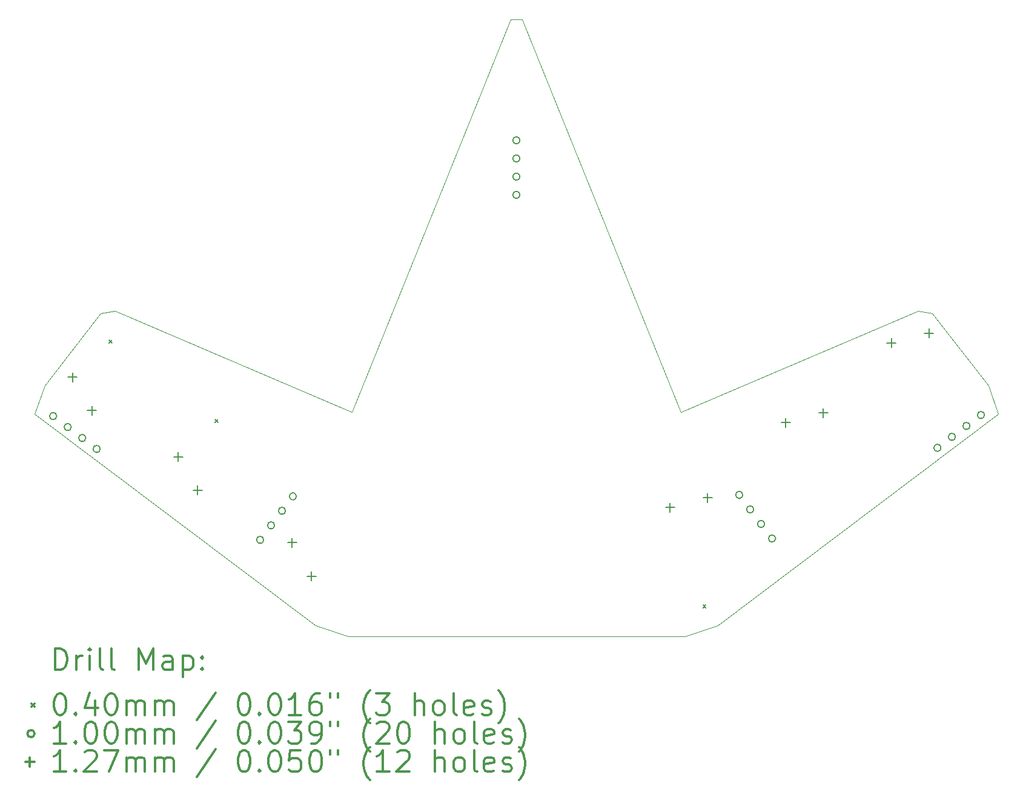
<source format=gbr>
%FSLAX45Y45*%
G04 Gerber Fmt 4.5, Leading zero omitted, Abs format (unit mm)*
G04 Created by KiCad (PCBNEW (5.1.4)-1) date 2023-12-29 13:05:02*
%MOMM*%
%LPD*%
G04 APERTURE LIST*
%ADD10C,0.050000*%
%ADD11C,0.200000*%
%ADD12C,0.300000*%
G04 APERTURE END LIST*
D10*
X17823000Y8834000D02*
X18275000Y8986000D01*
X13109000Y8834000D02*
X12657000Y8986000D01*
X13162876Y11964175D02*
X9852583Y13384721D01*
X13109000Y8834000D02*
X17823000Y8834000D01*
X14812876Y16044175D02*
X15382876Y17454175D01*
X13162876Y11964175D02*
X14812876Y16044175D01*
X8868474Y12337090D02*
X9653755Y13346414D01*
X16112876Y16044175D02*
X15542876Y17454175D01*
X22061504Y12335687D02*
X22200295Y11938777D01*
X21077396Y13383317D02*
X21276224Y13345010D01*
X8729683Y11940181D02*
X12657000Y8986000D01*
X22061504Y12335687D02*
X21276224Y13345010D01*
X15542876Y17454175D02*
X15382876Y17454175D01*
X18275000Y8986000D02*
X22200295Y11938777D01*
X9852583Y13384721D02*
X9653755Y13346414D01*
X8868474Y12337090D02*
X8729683Y11940181D01*
X17762877Y11964175D02*
X21077396Y13383317D01*
X17762877Y11964175D02*
X16112876Y16044175D01*
D11*
X9767000Y12973000D02*
X9807000Y12933000D01*
X9807000Y12973000D02*
X9767000Y12933000D01*
X11252000Y11863000D02*
X11292000Y11823000D01*
X11292000Y11863000D02*
X11252000Y11823000D01*
X18072000Y9274299D02*
X18112000Y9234299D01*
X18112000Y9274299D02*
X18072000Y9234299D01*
X11930428Y10181856D02*
G75*
G03X11930428Y10181856I-50000J0D01*
G01*
X12083289Y10384710D02*
G75*
G03X12083289Y10384710I-50000J0D01*
G01*
X12236150Y10587563D02*
G75*
G03X12236150Y10587563I-50000J0D01*
G01*
X12389011Y10790417D02*
G75*
G03X12389011Y10790417I-50000J0D01*
G01*
X9037702Y11911432D02*
G75*
G03X9037702Y11911432I-50000J0D01*
G01*
X9240555Y11758571D02*
G75*
G03X9240555Y11758571I-50000J0D01*
G01*
X9443408Y11605710D02*
G75*
G03X9443408Y11605710I-50000J0D01*
G01*
X9646262Y11452849D02*
G75*
G03X9646262Y11452849I-50000J0D01*
G01*
X15512876Y15764175D02*
G75*
G03X15512876Y15764175I-50000J0D01*
G01*
X15512876Y15510175D02*
G75*
G03X15512876Y15510175I-50000J0D01*
G01*
X15512876Y15256175D02*
G75*
G03X15512876Y15256175I-50000J0D01*
G01*
X15512876Y15002175D02*
G75*
G03X15512876Y15002175I-50000J0D01*
G01*
X18627781Y10810277D02*
G75*
G03X18627781Y10810277I-50000J0D01*
G01*
X18780642Y10607424D02*
G75*
G03X18780642Y10607424I-50000J0D01*
G01*
X18933503Y10404570D02*
G75*
G03X18933503Y10404570I-50000J0D01*
G01*
X19086364Y10201717D02*
G75*
G03X19086364Y10201717I-50000J0D01*
G01*
X21398514Y11468209D02*
G75*
G03X21398514Y11468209I-50000J0D01*
G01*
X21601368Y11621070D02*
G75*
G03X21601368Y11621070I-50000J0D01*
G01*
X21804221Y11773931D02*
G75*
G03X21804221Y11773931I-50000J0D01*
G01*
X22007074Y11926792D02*
G75*
G03X22007074Y11926792I-50000J0D01*
G01*
X9257243Y12521160D02*
X9257243Y12394160D01*
X9193743Y12457660D02*
X9320743Y12457660D01*
X9530180Y12052539D02*
X9530180Y11925539D01*
X9466680Y11989039D02*
X9593680Y11989039D01*
X10734719Y11407802D02*
X10734719Y11280802D01*
X10671219Y11344302D02*
X10798219Y11344302D01*
X11007656Y10939181D02*
X11007656Y10812181D01*
X10944156Y10875681D02*
X11071156Y10875681D01*
X12326992Y10207926D02*
X12326992Y10080926D01*
X12263492Y10144426D02*
X12390492Y10144426D01*
X12599929Y9739305D02*
X12599929Y9612305D01*
X12536429Y9675805D02*
X12663429Y9675805D01*
X17608929Y10700695D02*
X17608929Y10573695D01*
X17545429Y10637195D02*
X17672429Y10637195D01*
X18134628Y10833889D02*
X18134628Y10706889D01*
X18071128Y10770389D02*
X18198128Y10770389D01*
X20705908Y12998189D02*
X20705908Y12871189D01*
X20642408Y12934689D02*
X20769408Y12934689D01*
X21231607Y13131383D02*
X21231607Y13004383D01*
X21168107Y13067883D02*
X21295107Y13067883D01*
X19228432Y11884831D02*
X19228432Y11757831D01*
X19164932Y11821331D02*
X19291932Y11821331D01*
X19754131Y12018025D02*
X19754131Y11891025D01*
X19690631Y11954525D02*
X19817631Y11954525D01*
D12*
X9013612Y8365786D02*
X9013612Y8665786D01*
X9085040Y8665786D01*
X9127897Y8651500D01*
X9156469Y8622928D01*
X9170754Y8594357D01*
X9185040Y8537214D01*
X9185040Y8494357D01*
X9170754Y8437214D01*
X9156469Y8408643D01*
X9127897Y8380071D01*
X9085040Y8365786D01*
X9013612Y8365786D01*
X9313612Y8365786D02*
X9313612Y8565786D01*
X9313612Y8508643D02*
X9327897Y8537214D01*
X9342183Y8551500D01*
X9370754Y8565786D01*
X9399326Y8565786D01*
X9499326Y8365786D02*
X9499326Y8565786D01*
X9499326Y8665786D02*
X9485040Y8651500D01*
X9499326Y8637214D01*
X9513612Y8651500D01*
X9499326Y8665786D01*
X9499326Y8637214D01*
X9685040Y8365786D02*
X9656469Y8380071D01*
X9642183Y8408643D01*
X9642183Y8665786D01*
X9842183Y8365786D02*
X9813612Y8380071D01*
X9799326Y8408643D01*
X9799326Y8665786D01*
X10185040Y8365786D02*
X10185040Y8665786D01*
X10285040Y8451500D01*
X10385040Y8665786D01*
X10385040Y8365786D01*
X10656469Y8365786D02*
X10656469Y8522928D01*
X10642183Y8551500D01*
X10613612Y8565786D01*
X10556469Y8565786D01*
X10527897Y8551500D01*
X10656469Y8380071D02*
X10627897Y8365786D01*
X10556469Y8365786D01*
X10527897Y8380071D01*
X10513612Y8408643D01*
X10513612Y8437214D01*
X10527897Y8465786D01*
X10556469Y8480071D01*
X10627897Y8480071D01*
X10656469Y8494357D01*
X10799326Y8565786D02*
X10799326Y8265786D01*
X10799326Y8551500D02*
X10827897Y8565786D01*
X10885040Y8565786D01*
X10913612Y8551500D01*
X10927897Y8537214D01*
X10942183Y8508643D01*
X10942183Y8422928D01*
X10927897Y8394357D01*
X10913612Y8380071D01*
X10885040Y8365786D01*
X10827897Y8365786D01*
X10799326Y8380071D01*
X11070754Y8394357D02*
X11085040Y8380071D01*
X11070754Y8365786D01*
X11056469Y8380071D01*
X11070754Y8394357D01*
X11070754Y8365786D01*
X11070754Y8551500D02*
X11085040Y8537214D01*
X11070754Y8522928D01*
X11056469Y8537214D01*
X11070754Y8551500D01*
X11070754Y8522928D01*
X8687183Y7891500D02*
X8727183Y7851500D01*
X8727183Y7891500D02*
X8687183Y7851500D01*
X9070754Y8035786D02*
X9099326Y8035786D01*
X9127897Y8021500D01*
X9142183Y8007214D01*
X9156469Y7978643D01*
X9170754Y7921500D01*
X9170754Y7850071D01*
X9156469Y7792928D01*
X9142183Y7764357D01*
X9127897Y7750071D01*
X9099326Y7735786D01*
X9070754Y7735786D01*
X9042183Y7750071D01*
X9027897Y7764357D01*
X9013612Y7792928D01*
X8999326Y7850071D01*
X8999326Y7921500D01*
X9013612Y7978643D01*
X9027897Y8007214D01*
X9042183Y8021500D01*
X9070754Y8035786D01*
X9299326Y7764357D02*
X9313612Y7750071D01*
X9299326Y7735786D01*
X9285040Y7750071D01*
X9299326Y7764357D01*
X9299326Y7735786D01*
X9570754Y7935786D02*
X9570754Y7735786D01*
X9499326Y8050071D02*
X9427897Y7835786D01*
X9613612Y7835786D01*
X9785040Y8035786D02*
X9813612Y8035786D01*
X9842183Y8021500D01*
X9856469Y8007214D01*
X9870754Y7978643D01*
X9885040Y7921500D01*
X9885040Y7850071D01*
X9870754Y7792928D01*
X9856469Y7764357D01*
X9842183Y7750071D01*
X9813612Y7735786D01*
X9785040Y7735786D01*
X9756469Y7750071D01*
X9742183Y7764357D01*
X9727897Y7792928D01*
X9713612Y7850071D01*
X9713612Y7921500D01*
X9727897Y7978643D01*
X9742183Y8007214D01*
X9756469Y8021500D01*
X9785040Y8035786D01*
X10013612Y7735786D02*
X10013612Y7935786D01*
X10013612Y7907214D02*
X10027897Y7921500D01*
X10056469Y7935786D01*
X10099326Y7935786D01*
X10127897Y7921500D01*
X10142183Y7892928D01*
X10142183Y7735786D01*
X10142183Y7892928D02*
X10156469Y7921500D01*
X10185040Y7935786D01*
X10227897Y7935786D01*
X10256469Y7921500D01*
X10270754Y7892928D01*
X10270754Y7735786D01*
X10413612Y7735786D02*
X10413612Y7935786D01*
X10413612Y7907214D02*
X10427897Y7921500D01*
X10456469Y7935786D01*
X10499326Y7935786D01*
X10527897Y7921500D01*
X10542183Y7892928D01*
X10542183Y7735786D01*
X10542183Y7892928D02*
X10556469Y7921500D01*
X10585040Y7935786D01*
X10627897Y7935786D01*
X10656469Y7921500D01*
X10670754Y7892928D01*
X10670754Y7735786D01*
X11256469Y8050071D02*
X10999326Y7664357D01*
X11642183Y8035786D02*
X11670754Y8035786D01*
X11699326Y8021500D01*
X11713611Y8007214D01*
X11727897Y7978643D01*
X11742183Y7921500D01*
X11742183Y7850071D01*
X11727897Y7792928D01*
X11713611Y7764357D01*
X11699326Y7750071D01*
X11670754Y7735786D01*
X11642183Y7735786D01*
X11613611Y7750071D01*
X11599326Y7764357D01*
X11585040Y7792928D01*
X11570754Y7850071D01*
X11570754Y7921500D01*
X11585040Y7978643D01*
X11599326Y8007214D01*
X11613611Y8021500D01*
X11642183Y8035786D01*
X11870754Y7764357D02*
X11885040Y7750071D01*
X11870754Y7735786D01*
X11856469Y7750071D01*
X11870754Y7764357D01*
X11870754Y7735786D01*
X12070754Y8035786D02*
X12099326Y8035786D01*
X12127897Y8021500D01*
X12142183Y8007214D01*
X12156469Y7978643D01*
X12170754Y7921500D01*
X12170754Y7850071D01*
X12156469Y7792928D01*
X12142183Y7764357D01*
X12127897Y7750071D01*
X12099326Y7735786D01*
X12070754Y7735786D01*
X12042183Y7750071D01*
X12027897Y7764357D01*
X12013611Y7792928D01*
X11999326Y7850071D01*
X11999326Y7921500D01*
X12013611Y7978643D01*
X12027897Y8007214D01*
X12042183Y8021500D01*
X12070754Y8035786D01*
X12456469Y7735786D02*
X12285040Y7735786D01*
X12370754Y7735786D02*
X12370754Y8035786D01*
X12342183Y7992928D01*
X12313611Y7964357D01*
X12285040Y7950071D01*
X12713611Y8035786D02*
X12656469Y8035786D01*
X12627897Y8021500D01*
X12613611Y8007214D01*
X12585040Y7964357D01*
X12570754Y7907214D01*
X12570754Y7792928D01*
X12585040Y7764357D01*
X12599326Y7750071D01*
X12627897Y7735786D01*
X12685040Y7735786D01*
X12713611Y7750071D01*
X12727897Y7764357D01*
X12742183Y7792928D01*
X12742183Y7864357D01*
X12727897Y7892928D01*
X12713611Y7907214D01*
X12685040Y7921500D01*
X12627897Y7921500D01*
X12599326Y7907214D01*
X12585040Y7892928D01*
X12570754Y7864357D01*
X12856469Y8035786D02*
X12856469Y7978643D01*
X12970754Y8035786D02*
X12970754Y7978643D01*
X13413611Y7621500D02*
X13399326Y7635786D01*
X13370754Y7678643D01*
X13356469Y7707214D01*
X13342183Y7750071D01*
X13327897Y7821500D01*
X13327897Y7878643D01*
X13342183Y7950071D01*
X13356469Y7992928D01*
X13370754Y8021500D01*
X13399326Y8064357D01*
X13413611Y8078643D01*
X13499326Y8035786D02*
X13685040Y8035786D01*
X13585040Y7921500D01*
X13627897Y7921500D01*
X13656469Y7907214D01*
X13670754Y7892928D01*
X13685040Y7864357D01*
X13685040Y7792928D01*
X13670754Y7764357D01*
X13656469Y7750071D01*
X13627897Y7735786D01*
X13542183Y7735786D01*
X13513611Y7750071D01*
X13499326Y7764357D01*
X14042183Y7735786D02*
X14042183Y8035786D01*
X14170754Y7735786D02*
X14170754Y7892928D01*
X14156469Y7921500D01*
X14127897Y7935786D01*
X14085040Y7935786D01*
X14056469Y7921500D01*
X14042183Y7907214D01*
X14356469Y7735786D02*
X14327897Y7750071D01*
X14313611Y7764357D01*
X14299326Y7792928D01*
X14299326Y7878643D01*
X14313611Y7907214D01*
X14327897Y7921500D01*
X14356469Y7935786D01*
X14399326Y7935786D01*
X14427897Y7921500D01*
X14442183Y7907214D01*
X14456469Y7878643D01*
X14456469Y7792928D01*
X14442183Y7764357D01*
X14427897Y7750071D01*
X14399326Y7735786D01*
X14356469Y7735786D01*
X14627897Y7735786D02*
X14599326Y7750071D01*
X14585040Y7778643D01*
X14585040Y8035786D01*
X14856469Y7750071D02*
X14827897Y7735786D01*
X14770754Y7735786D01*
X14742183Y7750071D01*
X14727897Y7778643D01*
X14727897Y7892928D01*
X14742183Y7921500D01*
X14770754Y7935786D01*
X14827897Y7935786D01*
X14856469Y7921500D01*
X14870754Y7892928D01*
X14870754Y7864357D01*
X14727897Y7835786D01*
X14985040Y7750071D02*
X15013611Y7735786D01*
X15070754Y7735786D01*
X15099326Y7750071D01*
X15113611Y7778643D01*
X15113611Y7792928D01*
X15099326Y7821500D01*
X15070754Y7835786D01*
X15027897Y7835786D01*
X14999326Y7850071D01*
X14985040Y7878643D01*
X14985040Y7892928D01*
X14999326Y7921500D01*
X15027897Y7935786D01*
X15070754Y7935786D01*
X15099326Y7921500D01*
X15213611Y7621500D02*
X15227897Y7635786D01*
X15256469Y7678643D01*
X15270754Y7707214D01*
X15285040Y7750071D01*
X15299326Y7821500D01*
X15299326Y7878643D01*
X15285040Y7950071D01*
X15270754Y7992928D01*
X15256469Y8021500D01*
X15227897Y8064357D01*
X15213611Y8078643D01*
X8727183Y7475500D02*
G75*
G03X8727183Y7475500I-50000J0D01*
G01*
X9170754Y7339786D02*
X8999326Y7339786D01*
X9085040Y7339786D02*
X9085040Y7639786D01*
X9056469Y7596928D01*
X9027897Y7568357D01*
X8999326Y7554071D01*
X9299326Y7368357D02*
X9313612Y7354071D01*
X9299326Y7339786D01*
X9285040Y7354071D01*
X9299326Y7368357D01*
X9299326Y7339786D01*
X9499326Y7639786D02*
X9527897Y7639786D01*
X9556469Y7625500D01*
X9570754Y7611214D01*
X9585040Y7582643D01*
X9599326Y7525500D01*
X9599326Y7454071D01*
X9585040Y7396928D01*
X9570754Y7368357D01*
X9556469Y7354071D01*
X9527897Y7339786D01*
X9499326Y7339786D01*
X9470754Y7354071D01*
X9456469Y7368357D01*
X9442183Y7396928D01*
X9427897Y7454071D01*
X9427897Y7525500D01*
X9442183Y7582643D01*
X9456469Y7611214D01*
X9470754Y7625500D01*
X9499326Y7639786D01*
X9785040Y7639786D02*
X9813612Y7639786D01*
X9842183Y7625500D01*
X9856469Y7611214D01*
X9870754Y7582643D01*
X9885040Y7525500D01*
X9885040Y7454071D01*
X9870754Y7396928D01*
X9856469Y7368357D01*
X9842183Y7354071D01*
X9813612Y7339786D01*
X9785040Y7339786D01*
X9756469Y7354071D01*
X9742183Y7368357D01*
X9727897Y7396928D01*
X9713612Y7454071D01*
X9713612Y7525500D01*
X9727897Y7582643D01*
X9742183Y7611214D01*
X9756469Y7625500D01*
X9785040Y7639786D01*
X10013612Y7339786D02*
X10013612Y7539786D01*
X10013612Y7511214D02*
X10027897Y7525500D01*
X10056469Y7539786D01*
X10099326Y7539786D01*
X10127897Y7525500D01*
X10142183Y7496928D01*
X10142183Y7339786D01*
X10142183Y7496928D02*
X10156469Y7525500D01*
X10185040Y7539786D01*
X10227897Y7539786D01*
X10256469Y7525500D01*
X10270754Y7496928D01*
X10270754Y7339786D01*
X10413612Y7339786D02*
X10413612Y7539786D01*
X10413612Y7511214D02*
X10427897Y7525500D01*
X10456469Y7539786D01*
X10499326Y7539786D01*
X10527897Y7525500D01*
X10542183Y7496928D01*
X10542183Y7339786D01*
X10542183Y7496928D02*
X10556469Y7525500D01*
X10585040Y7539786D01*
X10627897Y7539786D01*
X10656469Y7525500D01*
X10670754Y7496928D01*
X10670754Y7339786D01*
X11256469Y7654071D02*
X10999326Y7268357D01*
X11642183Y7639786D02*
X11670754Y7639786D01*
X11699326Y7625500D01*
X11713611Y7611214D01*
X11727897Y7582643D01*
X11742183Y7525500D01*
X11742183Y7454071D01*
X11727897Y7396928D01*
X11713611Y7368357D01*
X11699326Y7354071D01*
X11670754Y7339786D01*
X11642183Y7339786D01*
X11613611Y7354071D01*
X11599326Y7368357D01*
X11585040Y7396928D01*
X11570754Y7454071D01*
X11570754Y7525500D01*
X11585040Y7582643D01*
X11599326Y7611214D01*
X11613611Y7625500D01*
X11642183Y7639786D01*
X11870754Y7368357D02*
X11885040Y7354071D01*
X11870754Y7339786D01*
X11856469Y7354071D01*
X11870754Y7368357D01*
X11870754Y7339786D01*
X12070754Y7639786D02*
X12099326Y7639786D01*
X12127897Y7625500D01*
X12142183Y7611214D01*
X12156469Y7582643D01*
X12170754Y7525500D01*
X12170754Y7454071D01*
X12156469Y7396928D01*
X12142183Y7368357D01*
X12127897Y7354071D01*
X12099326Y7339786D01*
X12070754Y7339786D01*
X12042183Y7354071D01*
X12027897Y7368357D01*
X12013611Y7396928D01*
X11999326Y7454071D01*
X11999326Y7525500D01*
X12013611Y7582643D01*
X12027897Y7611214D01*
X12042183Y7625500D01*
X12070754Y7639786D01*
X12270754Y7639786D02*
X12456469Y7639786D01*
X12356469Y7525500D01*
X12399326Y7525500D01*
X12427897Y7511214D01*
X12442183Y7496928D01*
X12456469Y7468357D01*
X12456469Y7396928D01*
X12442183Y7368357D01*
X12427897Y7354071D01*
X12399326Y7339786D01*
X12313611Y7339786D01*
X12285040Y7354071D01*
X12270754Y7368357D01*
X12599326Y7339786D02*
X12656469Y7339786D01*
X12685040Y7354071D01*
X12699326Y7368357D01*
X12727897Y7411214D01*
X12742183Y7468357D01*
X12742183Y7582643D01*
X12727897Y7611214D01*
X12713611Y7625500D01*
X12685040Y7639786D01*
X12627897Y7639786D01*
X12599326Y7625500D01*
X12585040Y7611214D01*
X12570754Y7582643D01*
X12570754Y7511214D01*
X12585040Y7482643D01*
X12599326Y7468357D01*
X12627897Y7454071D01*
X12685040Y7454071D01*
X12713611Y7468357D01*
X12727897Y7482643D01*
X12742183Y7511214D01*
X12856469Y7639786D02*
X12856469Y7582643D01*
X12970754Y7639786D02*
X12970754Y7582643D01*
X13413611Y7225500D02*
X13399326Y7239786D01*
X13370754Y7282643D01*
X13356469Y7311214D01*
X13342183Y7354071D01*
X13327897Y7425500D01*
X13327897Y7482643D01*
X13342183Y7554071D01*
X13356469Y7596928D01*
X13370754Y7625500D01*
X13399326Y7668357D01*
X13413611Y7682643D01*
X13513611Y7611214D02*
X13527897Y7625500D01*
X13556469Y7639786D01*
X13627897Y7639786D01*
X13656469Y7625500D01*
X13670754Y7611214D01*
X13685040Y7582643D01*
X13685040Y7554071D01*
X13670754Y7511214D01*
X13499326Y7339786D01*
X13685040Y7339786D01*
X13870754Y7639786D02*
X13899326Y7639786D01*
X13927897Y7625500D01*
X13942183Y7611214D01*
X13956469Y7582643D01*
X13970754Y7525500D01*
X13970754Y7454071D01*
X13956469Y7396928D01*
X13942183Y7368357D01*
X13927897Y7354071D01*
X13899326Y7339786D01*
X13870754Y7339786D01*
X13842183Y7354071D01*
X13827897Y7368357D01*
X13813611Y7396928D01*
X13799326Y7454071D01*
X13799326Y7525500D01*
X13813611Y7582643D01*
X13827897Y7611214D01*
X13842183Y7625500D01*
X13870754Y7639786D01*
X14327897Y7339786D02*
X14327897Y7639786D01*
X14456469Y7339786D02*
X14456469Y7496928D01*
X14442183Y7525500D01*
X14413611Y7539786D01*
X14370754Y7539786D01*
X14342183Y7525500D01*
X14327897Y7511214D01*
X14642183Y7339786D02*
X14613611Y7354071D01*
X14599326Y7368357D01*
X14585040Y7396928D01*
X14585040Y7482643D01*
X14599326Y7511214D01*
X14613611Y7525500D01*
X14642183Y7539786D01*
X14685040Y7539786D01*
X14713611Y7525500D01*
X14727897Y7511214D01*
X14742183Y7482643D01*
X14742183Y7396928D01*
X14727897Y7368357D01*
X14713611Y7354071D01*
X14685040Y7339786D01*
X14642183Y7339786D01*
X14913611Y7339786D02*
X14885040Y7354071D01*
X14870754Y7382643D01*
X14870754Y7639786D01*
X15142183Y7354071D02*
X15113611Y7339786D01*
X15056469Y7339786D01*
X15027897Y7354071D01*
X15013611Y7382643D01*
X15013611Y7496928D01*
X15027897Y7525500D01*
X15056469Y7539786D01*
X15113611Y7539786D01*
X15142183Y7525500D01*
X15156469Y7496928D01*
X15156469Y7468357D01*
X15013611Y7439786D01*
X15270754Y7354071D02*
X15299326Y7339786D01*
X15356469Y7339786D01*
X15385040Y7354071D01*
X15399326Y7382643D01*
X15399326Y7396928D01*
X15385040Y7425500D01*
X15356469Y7439786D01*
X15313611Y7439786D01*
X15285040Y7454071D01*
X15270754Y7482643D01*
X15270754Y7496928D01*
X15285040Y7525500D01*
X15313611Y7539786D01*
X15356469Y7539786D01*
X15385040Y7525500D01*
X15499326Y7225500D02*
X15513611Y7239786D01*
X15542183Y7282643D01*
X15556469Y7311214D01*
X15570754Y7354071D01*
X15585040Y7425500D01*
X15585040Y7482643D01*
X15570754Y7554071D01*
X15556469Y7596928D01*
X15542183Y7625500D01*
X15513611Y7668357D01*
X15499326Y7682643D01*
X8663683Y7143000D02*
X8663683Y7016000D01*
X8600183Y7079500D02*
X8727183Y7079500D01*
X9170754Y6943786D02*
X8999326Y6943786D01*
X9085040Y6943786D02*
X9085040Y7243786D01*
X9056469Y7200928D01*
X9027897Y7172357D01*
X8999326Y7158071D01*
X9299326Y6972357D02*
X9313612Y6958071D01*
X9299326Y6943786D01*
X9285040Y6958071D01*
X9299326Y6972357D01*
X9299326Y6943786D01*
X9427897Y7215214D02*
X9442183Y7229500D01*
X9470754Y7243786D01*
X9542183Y7243786D01*
X9570754Y7229500D01*
X9585040Y7215214D01*
X9599326Y7186643D01*
X9599326Y7158071D01*
X9585040Y7115214D01*
X9413612Y6943786D01*
X9599326Y6943786D01*
X9699326Y7243786D02*
X9899326Y7243786D01*
X9770754Y6943786D01*
X10013612Y6943786D02*
X10013612Y7143786D01*
X10013612Y7115214D02*
X10027897Y7129500D01*
X10056469Y7143786D01*
X10099326Y7143786D01*
X10127897Y7129500D01*
X10142183Y7100928D01*
X10142183Y6943786D01*
X10142183Y7100928D02*
X10156469Y7129500D01*
X10185040Y7143786D01*
X10227897Y7143786D01*
X10256469Y7129500D01*
X10270754Y7100928D01*
X10270754Y6943786D01*
X10413612Y6943786D02*
X10413612Y7143786D01*
X10413612Y7115214D02*
X10427897Y7129500D01*
X10456469Y7143786D01*
X10499326Y7143786D01*
X10527897Y7129500D01*
X10542183Y7100928D01*
X10542183Y6943786D01*
X10542183Y7100928D02*
X10556469Y7129500D01*
X10585040Y7143786D01*
X10627897Y7143786D01*
X10656469Y7129500D01*
X10670754Y7100928D01*
X10670754Y6943786D01*
X11256469Y7258071D02*
X10999326Y6872357D01*
X11642183Y7243786D02*
X11670754Y7243786D01*
X11699326Y7229500D01*
X11713611Y7215214D01*
X11727897Y7186643D01*
X11742183Y7129500D01*
X11742183Y7058071D01*
X11727897Y7000928D01*
X11713611Y6972357D01*
X11699326Y6958071D01*
X11670754Y6943786D01*
X11642183Y6943786D01*
X11613611Y6958071D01*
X11599326Y6972357D01*
X11585040Y7000928D01*
X11570754Y7058071D01*
X11570754Y7129500D01*
X11585040Y7186643D01*
X11599326Y7215214D01*
X11613611Y7229500D01*
X11642183Y7243786D01*
X11870754Y6972357D02*
X11885040Y6958071D01*
X11870754Y6943786D01*
X11856469Y6958071D01*
X11870754Y6972357D01*
X11870754Y6943786D01*
X12070754Y7243786D02*
X12099326Y7243786D01*
X12127897Y7229500D01*
X12142183Y7215214D01*
X12156469Y7186643D01*
X12170754Y7129500D01*
X12170754Y7058071D01*
X12156469Y7000928D01*
X12142183Y6972357D01*
X12127897Y6958071D01*
X12099326Y6943786D01*
X12070754Y6943786D01*
X12042183Y6958071D01*
X12027897Y6972357D01*
X12013611Y7000928D01*
X11999326Y7058071D01*
X11999326Y7129500D01*
X12013611Y7186643D01*
X12027897Y7215214D01*
X12042183Y7229500D01*
X12070754Y7243786D01*
X12442183Y7243786D02*
X12299326Y7243786D01*
X12285040Y7100928D01*
X12299326Y7115214D01*
X12327897Y7129500D01*
X12399326Y7129500D01*
X12427897Y7115214D01*
X12442183Y7100928D01*
X12456469Y7072357D01*
X12456469Y7000928D01*
X12442183Y6972357D01*
X12427897Y6958071D01*
X12399326Y6943786D01*
X12327897Y6943786D01*
X12299326Y6958071D01*
X12285040Y6972357D01*
X12642183Y7243786D02*
X12670754Y7243786D01*
X12699326Y7229500D01*
X12713611Y7215214D01*
X12727897Y7186643D01*
X12742183Y7129500D01*
X12742183Y7058071D01*
X12727897Y7000928D01*
X12713611Y6972357D01*
X12699326Y6958071D01*
X12670754Y6943786D01*
X12642183Y6943786D01*
X12613611Y6958071D01*
X12599326Y6972357D01*
X12585040Y7000928D01*
X12570754Y7058071D01*
X12570754Y7129500D01*
X12585040Y7186643D01*
X12599326Y7215214D01*
X12613611Y7229500D01*
X12642183Y7243786D01*
X12856469Y7243786D02*
X12856469Y7186643D01*
X12970754Y7243786D02*
X12970754Y7186643D01*
X13413611Y6829500D02*
X13399326Y6843786D01*
X13370754Y6886643D01*
X13356469Y6915214D01*
X13342183Y6958071D01*
X13327897Y7029500D01*
X13327897Y7086643D01*
X13342183Y7158071D01*
X13356469Y7200928D01*
X13370754Y7229500D01*
X13399326Y7272357D01*
X13413611Y7286643D01*
X13685040Y6943786D02*
X13513611Y6943786D01*
X13599326Y6943786D02*
X13599326Y7243786D01*
X13570754Y7200928D01*
X13542183Y7172357D01*
X13513611Y7158071D01*
X13799326Y7215214D02*
X13813611Y7229500D01*
X13842183Y7243786D01*
X13913611Y7243786D01*
X13942183Y7229500D01*
X13956469Y7215214D01*
X13970754Y7186643D01*
X13970754Y7158071D01*
X13956469Y7115214D01*
X13785040Y6943786D01*
X13970754Y6943786D01*
X14327897Y6943786D02*
X14327897Y7243786D01*
X14456469Y6943786D02*
X14456469Y7100928D01*
X14442183Y7129500D01*
X14413611Y7143786D01*
X14370754Y7143786D01*
X14342183Y7129500D01*
X14327897Y7115214D01*
X14642183Y6943786D02*
X14613611Y6958071D01*
X14599326Y6972357D01*
X14585040Y7000928D01*
X14585040Y7086643D01*
X14599326Y7115214D01*
X14613611Y7129500D01*
X14642183Y7143786D01*
X14685040Y7143786D01*
X14713611Y7129500D01*
X14727897Y7115214D01*
X14742183Y7086643D01*
X14742183Y7000928D01*
X14727897Y6972357D01*
X14713611Y6958071D01*
X14685040Y6943786D01*
X14642183Y6943786D01*
X14913611Y6943786D02*
X14885040Y6958071D01*
X14870754Y6986643D01*
X14870754Y7243786D01*
X15142183Y6958071D02*
X15113611Y6943786D01*
X15056469Y6943786D01*
X15027897Y6958071D01*
X15013611Y6986643D01*
X15013611Y7100928D01*
X15027897Y7129500D01*
X15056469Y7143786D01*
X15113611Y7143786D01*
X15142183Y7129500D01*
X15156469Y7100928D01*
X15156469Y7072357D01*
X15013611Y7043786D01*
X15270754Y6958071D02*
X15299326Y6943786D01*
X15356469Y6943786D01*
X15385040Y6958071D01*
X15399326Y6986643D01*
X15399326Y7000928D01*
X15385040Y7029500D01*
X15356469Y7043786D01*
X15313611Y7043786D01*
X15285040Y7058071D01*
X15270754Y7086643D01*
X15270754Y7100928D01*
X15285040Y7129500D01*
X15313611Y7143786D01*
X15356469Y7143786D01*
X15385040Y7129500D01*
X15499326Y6829500D02*
X15513611Y6843786D01*
X15542183Y6886643D01*
X15556469Y6915214D01*
X15570754Y6958071D01*
X15585040Y7029500D01*
X15585040Y7086643D01*
X15570754Y7158071D01*
X15556469Y7200928D01*
X15542183Y7229500D01*
X15513611Y7272357D01*
X15499326Y7286643D01*
M02*

</source>
